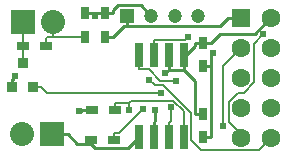
<source format=gbl>
G04 #@! TF.FileFunction,Copper,L2,Bot,Signal*
%FSLAX46Y46*%
G04 Gerber Fmt 4.6, Leading zero omitted, Abs format (unit mm)*
G04 Created by KiCad (PCBNEW (2015-07-02 BZR 5871, Git 766da1e)-product) date 15-9-2015 00:01:28*
%MOMM*%
G01*
G04 APERTURE LIST*
%ADD10C,0.100000*%
%ADD11R,1.100000X0.800000*%
%ADD12R,0.800000X1.100000*%
%ADD13R,0.914400X0.914400*%
%ADD14R,0.800000X1.092200*%
%ADD15R,1.600200X1.600200*%
%ADD16C,1.600200*%
%ADD17R,1.200000X1.200000*%
%ADD18C,1.200000*%
%ADD19R,2.032000X2.032000*%
%ADD20O,2.032000X2.032000*%
%ADD21R,1.092200X0.800000*%
%ADD22R,0.650000X2.000000*%
%ADD23C,0.609600*%
%ADD24C,0.254000*%
%ADD25C,0.152400*%
G04 APERTURE END LIST*
D10*
D11*
X-63500000Y1250000D03*
X-65500000Y1250000D03*
D12*
X-56000000Y3500000D03*
X-56000000Y1500000D03*
D11*
X-69250000Y9250000D03*
X-71250000Y9250000D03*
D12*
X-64250000Y12000000D03*
X-64250000Y10000000D03*
D13*
X-72139000Y5734000D03*
X-70361000Y5734000D03*
X-71250000Y7766000D03*
D14*
X-66000000Y10000000D03*
X-66000000Y12000000D03*
D15*
X-52770000Y11580000D03*
D16*
X-50230000Y11580000D03*
X-52770000Y9040000D03*
X-50230000Y9040000D03*
X-52770000Y6500000D03*
X-50230000Y6500000D03*
X-52770000Y3960000D03*
X-50230000Y3960000D03*
X-52770000Y1420000D03*
X-50230000Y1420000D03*
D17*
X-62400000Y11800000D03*
D18*
X-60400000Y11800000D03*
X-58400000Y11800000D03*
X-56400000Y11800000D03*
D19*
X-71250000Y11250000D03*
D20*
X-68710000Y11250000D03*
D19*
X-68750000Y1750000D03*
D20*
X-71290000Y1750000D03*
D12*
X-56000000Y9500000D03*
X-56000000Y7500000D03*
D21*
X-63400000Y3800000D03*
X-65400000Y3800000D03*
D22*
X-57595000Y1500000D03*
X-58865000Y1500000D03*
X-60135000Y1500000D03*
X-61405000Y1500000D03*
X-61405000Y8500000D03*
X-60135000Y8500000D03*
X-58865000Y8500000D03*
X-57595000Y8500000D03*
D23*
X-71904100Y6650200D03*
X-55161400Y8596500D03*
X-65125000Y11770000D03*
X-60032000Y3771900D03*
X-66446600Y3733400D03*
X-59204300Y6906500D03*
X-50868700Y10205400D03*
X-60524000Y6347400D03*
X-54260200Y2485600D03*
X-59524200Y5234800D03*
X-62289000Y3771800D03*
X-57271400Y9960400D03*
X-58716100Y4062700D03*
X-58285100Y6286200D03*
X-61085900Y3915000D03*
D24*
X-64250000Y10000000D02*
X-63570300Y10000000D01*
X-72083400Y6470900D02*
X-71904100Y6650200D01*
X-72139000Y6470900D02*
X-72083400Y6470900D01*
X-72139000Y5734000D02*
X-72139000Y6470900D01*
X-62400000Y11800000D02*
X-62400000Y11022000D01*
X-65500000Y1250000D02*
X-65500000Y910200D01*
X-66614500Y910200D02*
X-67454300Y1750000D01*
X-65500000Y910200D02*
X-66614500Y910200D01*
X-68750000Y1750000D02*
X-67454300Y1750000D01*
X-62400000Y11022000D02*
X-62400000Y10920200D01*
X-62650100Y10920200D02*
X-62400000Y10920200D01*
X-63570300Y10000000D02*
X-62650100Y10920200D01*
X-54509600Y10920200D02*
X-53849800Y11580000D01*
X-62400000Y10920200D02*
X-54509600Y10920200D01*
X-52770000Y11580000D02*
X-53849800Y11580000D01*
X-65160000Y570200D02*
X-65500000Y910200D01*
X-62334800Y570200D02*
X-65160000Y570200D01*
X-61405000Y1500000D02*
X-62334800Y570200D01*
X-56000000Y7500000D02*
X-55422000Y7500000D01*
X-56000000Y1500000D02*
X-55320300Y1500000D01*
X-55320300Y8437600D02*
X-55320300Y7500000D01*
X-55161400Y8596500D02*
X-55320300Y8437600D01*
X-55422000Y7500000D02*
X-55320300Y7500000D01*
X-55320300Y7500000D02*
X-55320300Y1500000D01*
X-65125000Y12000000D02*
X-65125000Y11770000D01*
X-64250000Y12000000D02*
X-65125000Y12000000D01*
X-65125000Y12000000D02*
X-66000000Y12000000D01*
X-63570300Y12255000D02*
X-63570300Y12000000D01*
X-63145600Y12679700D02*
X-63570300Y12255000D01*
X-61279700Y12679700D02*
X-63145600Y12679700D01*
X-60400000Y11800000D02*
X-61279700Y12679700D01*
X-64250000Y12000000D02*
X-63570300Y12000000D01*
X-58865000Y8500000D02*
X-58865000Y7220300D01*
X-60135000Y1500000D02*
X-60135000Y2779700D01*
X-60032000Y2882700D02*
X-60032000Y3771900D01*
X-60135000Y2779700D02*
X-60032000Y2882700D01*
X-56000000Y9500000D02*
X-55320300Y9500000D01*
X-65400000Y3800000D02*
X-66225800Y3800000D01*
X-66292400Y3733400D02*
X-66225800Y3800000D01*
X-66446600Y3733400D02*
X-66292400Y3733400D01*
X-56000000Y3500000D02*
X-56679700Y3500000D01*
X-58890500Y7220300D02*
X-59204300Y6906500D01*
X-58865000Y7220300D02*
X-58890500Y7220300D01*
X-54548000Y10272300D02*
X-55320300Y9500000D01*
X-51628300Y10272300D02*
X-54548000Y10272300D01*
X-50320600Y11580000D02*
X-51628300Y10272300D01*
X-50230000Y11580000D02*
X-50320600Y11580000D01*
X-56679700Y6305000D02*
X-57595000Y7220300D01*
X-56679700Y3500000D02*
X-56679700Y6305000D01*
X-57595000Y7220300D02*
X-58865000Y7220300D01*
X-57595000Y8313200D02*
X-57595000Y7220300D01*
X-57595000Y8313200D02*
X-57595000Y8329800D01*
X-57595000Y8500000D02*
X-57595000Y8329800D01*
X-56679700Y9245100D02*
X-56679700Y9500000D01*
X-57595000Y8329800D02*
X-56679700Y9245100D01*
X-56000000Y9500000D02*
X-56679700Y9500000D01*
D25*
X-68710000Y11250000D02*
X-68710000Y10005100D01*
X-69123800Y10005100D02*
X-69250000Y9878900D01*
X-69250000Y9250000D02*
X-69250000Y9878900D01*
X-68710000Y10005100D02*
X-69123800Y10005100D01*
X-66634000Y10005100D02*
X-68710000Y10005100D01*
X-66628900Y10000000D02*
X-66634000Y10005100D01*
X-66000000Y10000000D02*
X-66628900Y10000000D01*
X-71250000Y11250000D02*
X-71250000Y9250000D01*
X-71250000Y7766000D02*
X-71250000Y9250000D01*
X-51650000Y9424100D02*
X-50868700Y10205400D01*
X-51650000Y6164600D02*
X-51650000Y9424100D01*
X-52554000Y5260600D02*
X-51650000Y6164600D01*
X-53025000Y5260600D02*
X-52554000Y5260600D01*
X-53812700Y4472900D02*
X-53025000Y5260600D01*
X-53812700Y2793000D02*
X-53812700Y4472900D01*
X-52770000Y1750300D02*
X-53812700Y2793000D01*
X-52770000Y1420000D02*
X-52770000Y1750300D01*
X-51259100Y390900D02*
X-50230000Y1420000D01*
X-56165300Y390900D02*
X-51259100Y390900D01*
X-57041000Y1266600D02*
X-56165300Y390900D01*
X-57041000Y3591100D02*
X-57041000Y1266600D01*
X-59365800Y5915900D02*
X-57041000Y3591100D01*
X-60092500Y5915900D02*
X-59365800Y5915900D01*
X-60524000Y6347400D02*
X-60092500Y5915900D01*
X-54260200Y7549800D02*
X-54260200Y2485600D01*
X-52770000Y9040000D02*
X-54260200Y7549800D01*
X-70361000Y5734000D02*
X-69674900Y5734000D01*
X-69175700Y5234800D02*
X-59524200Y5234800D01*
X-69674900Y5734000D02*
X-69175700Y5234800D01*
X-63400000Y3800000D02*
X-63400000Y4428900D01*
X-57595000Y1500000D02*
X-57595000Y2728900D01*
X-63400000Y4428900D02*
X-62289000Y4428900D01*
X-62289000Y4428900D02*
X-62289000Y3771800D01*
X-57595000Y3713400D02*
X-57595000Y2728900D01*
X-58487800Y4606200D02*
X-57595000Y3713400D01*
X-62111700Y4606200D02*
X-58487800Y4606200D01*
X-62289000Y4428900D02*
X-62111700Y4606200D01*
X-57502900Y9728900D02*
X-57271400Y9960400D01*
X-60135000Y9728900D02*
X-57502900Y9728900D01*
X-60135000Y8500000D02*
X-60135000Y9728900D01*
X-58865000Y1500000D02*
X-58865000Y2728900D01*
X-58716200Y4062700D02*
X-58716100Y4062700D01*
X-58716200Y2877700D02*
X-58716200Y4062700D01*
X-58865000Y2728900D02*
X-58716200Y2877700D01*
X-59611200Y6286200D02*
X-58285100Y6286200D01*
X-60596100Y7271100D02*
X-59611200Y6286200D01*
X-61405000Y7271100D02*
X-60596100Y7271100D01*
X-61405000Y8500000D02*
X-61405000Y7271100D01*
X-63122000Y1878900D02*
X-63500000Y1878900D01*
X-61085900Y3915000D02*
X-63122000Y1878900D01*
X-63500000Y1250000D02*
X-63500000Y1878900D01*
M02*

</source>
